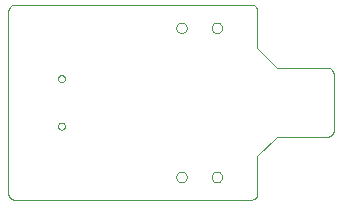
<source format=gbr>
G04 PROTEUS RS274X GERBER FILE*
%FSLAX45Y45*%
%MOMM*%
G01*
%ADD29C,0.025400*%
D29*
X-116600Y-200000D02*
X-116703Y-197511D01*
X-117545Y-192531D01*
X-119305Y-187551D01*
X-122182Y-182571D01*
X-126583Y-177655D01*
X-131563Y-174041D01*
X-136543Y-171736D01*
X-141523Y-170433D01*
X-146503Y-170000D01*
X-146600Y-170000D01*
X-176600Y-200000D02*
X-176497Y-197511D01*
X-175655Y-192531D01*
X-173895Y-187551D01*
X-171018Y-182571D01*
X-166617Y-177655D01*
X-161637Y-174041D01*
X-156657Y-171736D01*
X-151677Y-170433D01*
X-146697Y-170000D01*
X-146600Y-170000D01*
X-176600Y-200000D02*
X-176497Y-202489D01*
X-175655Y-207469D01*
X-173895Y-212449D01*
X-171018Y-217429D01*
X-166617Y-222345D01*
X-161637Y-225959D01*
X-156657Y-228264D01*
X-151677Y-229567D01*
X-146697Y-230000D01*
X-146600Y-230000D01*
X-116600Y-200000D02*
X-116703Y-202489D01*
X-117545Y-207469D01*
X-119305Y-212449D01*
X-122182Y-217429D01*
X-126583Y-222345D01*
X-131563Y-225959D01*
X-136543Y-228264D01*
X-141523Y-229567D01*
X-146503Y-230000D01*
X-146600Y-230000D01*
X-116600Y+200000D02*
X-116703Y+202489D01*
X-117545Y+207469D01*
X-119305Y+212449D01*
X-122182Y+217429D01*
X-126583Y+222345D01*
X-131563Y+225959D01*
X-136543Y+228264D01*
X-141523Y+229567D01*
X-146503Y+230000D01*
X-146600Y+230000D01*
X-176600Y+200000D02*
X-176497Y+202489D01*
X-175655Y+207469D01*
X-173895Y+212449D01*
X-171018Y+217429D01*
X-166617Y+222345D01*
X-161637Y+225959D01*
X-156657Y+228264D01*
X-151677Y+229567D01*
X-146697Y+230000D01*
X-146600Y+230000D01*
X-176600Y+200000D02*
X-176497Y+197511D01*
X-175655Y+192531D01*
X-173895Y+187551D01*
X-171018Y+182571D01*
X-166617Y+177655D01*
X-161637Y+174041D01*
X-156657Y+171736D01*
X-151677Y+170433D01*
X-146697Y+170000D01*
X-146600Y+170000D01*
X-116600Y+200000D02*
X-116703Y+197511D01*
X-117545Y+192531D01*
X-119305Y+187551D01*
X-122182Y+182571D01*
X-126583Y+177655D01*
X-131563Y+174041D01*
X-136543Y+171736D01*
X-141523Y+170433D01*
X-146503Y+170000D01*
X-146600Y+170000D01*
X-596900Y-774700D02*
X-596900Y+774700D01*
X-546100Y+825500D02*
X+1460500Y+825500D01*
X-596900Y+774700D02*
X-592981Y+794693D01*
X-582216Y+810816D01*
X-566093Y+821581D01*
X-546100Y+825500D01*
X-546100Y-825500D02*
X-566093Y-821581D01*
X-582216Y-810816D01*
X-592981Y-794693D01*
X-596900Y-774700D01*
X-546100Y-825500D02*
X+1460500Y-825500D01*
X+914300Y-631600D02*
X+914145Y-627873D01*
X+912889Y-620418D01*
X+910259Y-612963D01*
X+905963Y-605508D01*
X+899393Y-598142D01*
X+891938Y-592709D01*
X+884483Y-589239D01*
X+877028Y-587269D01*
X+869573Y-586601D01*
X+869300Y-586600D01*
X+824300Y-631600D02*
X+824455Y-627873D01*
X+825711Y-620418D01*
X+828341Y-612963D01*
X+832637Y-605508D01*
X+839207Y-598142D01*
X+846662Y-592709D01*
X+854117Y-589239D01*
X+861572Y-587269D01*
X+869027Y-586601D01*
X+869300Y-586600D01*
X+824300Y-631600D02*
X+824455Y-635327D01*
X+825711Y-642782D01*
X+828341Y-650237D01*
X+832637Y-657692D01*
X+839207Y-665058D01*
X+846662Y-670491D01*
X+854117Y-673961D01*
X+861572Y-675931D01*
X+869027Y-676599D01*
X+869300Y-676600D01*
X+914300Y-631600D02*
X+914145Y-635327D01*
X+912889Y-642782D01*
X+910259Y-650237D01*
X+905963Y-657692D01*
X+899393Y-665058D01*
X+891938Y-670491D01*
X+884483Y-673961D01*
X+877028Y-675931D01*
X+869573Y-676599D01*
X+869300Y-676600D01*
X+1214300Y-631600D02*
X+1214145Y-627873D01*
X+1212889Y-620418D01*
X+1210259Y-612963D01*
X+1205963Y-605508D01*
X+1199393Y-598142D01*
X+1191938Y-592709D01*
X+1184483Y-589239D01*
X+1177028Y-587269D01*
X+1169573Y-586601D01*
X+1169300Y-586600D01*
X+1124300Y-631600D02*
X+1124455Y-627873D01*
X+1125711Y-620418D01*
X+1128341Y-612963D01*
X+1132637Y-605508D01*
X+1139207Y-598142D01*
X+1146662Y-592709D01*
X+1154117Y-589239D01*
X+1161572Y-587269D01*
X+1169027Y-586601D01*
X+1169300Y-586600D01*
X+1124300Y-631600D02*
X+1124455Y-635327D01*
X+1125711Y-642782D01*
X+1128341Y-650237D01*
X+1132637Y-657692D01*
X+1139207Y-665058D01*
X+1146662Y-670491D01*
X+1154117Y-673961D01*
X+1161572Y-675931D01*
X+1169027Y-676599D01*
X+1169300Y-676600D01*
X+1214300Y-631600D02*
X+1214145Y-635327D01*
X+1212889Y-642782D01*
X+1210259Y-650237D01*
X+1205963Y-657692D01*
X+1199393Y-665058D01*
X+1191938Y-670491D01*
X+1184483Y-673961D01*
X+1177028Y-675931D01*
X+1169573Y-676599D01*
X+1169300Y-676600D01*
X+914300Y+631600D02*
X+914145Y+635327D01*
X+912889Y+642782D01*
X+910259Y+650237D01*
X+905963Y+657692D01*
X+899393Y+665058D01*
X+891938Y+670491D01*
X+884483Y+673961D01*
X+877028Y+675931D01*
X+869573Y+676599D01*
X+869300Y+676600D01*
X+824300Y+631600D02*
X+824455Y+635327D01*
X+825711Y+642782D01*
X+828341Y+650237D01*
X+832637Y+657692D01*
X+839207Y+665058D01*
X+846662Y+670491D01*
X+854117Y+673961D01*
X+861572Y+675931D01*
X+869027Y+676599D01*
X+869300Y+676600D01*
X+824300Y+631600D02*
X+824455Y+627873D01*
X+825711Y+620418D01*
X+828341Y+612963D01*
X+832637Y+605508D01*
X+839207Y+598142D01*
X+846662Y+592709D01*
X+854117Y+589239D01*
X+861572Y+587269D01*
X+869027Y+586601D01*
X+869300Y+586600D01*
X+914300Y+631600D02*
X+914145Y+627873D01*
X+912889Y+620418D01*
X+910259Y+612963D01*
X+905963Y+605508D01*
X+899393Y+598142D01*
X+891938Y+592709D01*
X+884483Y+589239D01*
X+877028Y+587269D01*
X+869573Y+586601D01*
X+869300Y+586600D01*
X+1214300Y+631600D02*
X+1214145Y+635327D01*
X+1212889Y+642782D01*
X+1210259Y+650237D01*
X+1205963Y+657692D01*
X+1199393Y+665058D01*
X+1191938Y+670491D01*
X+1184483Y+673961D01*
X+1177028Y+675931D01*
X+1169573Y+676599D01*
X+1169300Y+676600D01*
X+1124300Y+631600D02*
X+1124455Y+635327D01*
X+1125711Y+642782D01*
X+1128341Y+650237D01*
X+1132637Y+657692D01*
X+1139207Y+665058D01*
X+1146662Y+670491D01*
X+1154117Y+673961D01*
X+1161572Y+675931D01*
X+1169027Y+676599D01*
X+1169300Y+676600D01*
X+1124300Y+631600D02*
X+1124455Y+627873D01*
X+1125711Y+620418D01*
X+1128341Y+612963D01*
X+1132637Y+605508D01*
X+1139207Y+598142D01*
X+1146662Y+592709D01*
X+1154117Y+589239D01*
X+1161572Y+587269D01*
X+1169027Y+586601D01*
X+1169300Y+586600D01*
X+1214300Y+631600D02*
X+1214145Y+627873D01*
X+1212889Y+620418D01*
X+1210259Y+612963D01*
X+1205963Y+605508D01*
X+1199393Y+598142D01*
X+1191938Y+592709D01*
X+1184483Y+589239D01*
X+1177028Y+587269D01*
X+1169573Y+586601D01*
X+1169300Y+586600D01*
X+2159000Y-241300D02*
X+2155081Y-261293D01*
X+2144316Y-277416D01*
X+2128193Y-288181D01*
X+2108200Y-292100D01*
X+2108200Y+292100D02*
X+2128193Y+288181D01*
X+2144316Y+277416D01*
X+2155081Y+261293D01*
X+2159000Y+241300D01*
X+2159000Y-241300D01*
X+2108200Y-292100D02*
X+1676400Y-292100D01*
X+1511300Y-457200D01*
X+1511300Y-774700D02*
X+1507381Y-794693D01*
X+1496616Y-810816D01*
X+1480493Y-821581D01*
X+1460500Y-825500D01*
X+1511300Y-774700D02*
X+1511300Y-457200D01*
X+1460500Y+825501D02*
X+1480493Y+821582D01*
X+1496616Y+810817D01*
X+1507381Y+794694D01*
X+1511300Y+774701D01*
X+1676400Y+292100D02*
X+1511300Y+457200D01*
X+2108200Y+292100D02*
X+1676400Y+292100D01*
X+1511300Y+457200D02*
X+1511300Y+774700D01*
M02*

</source>
